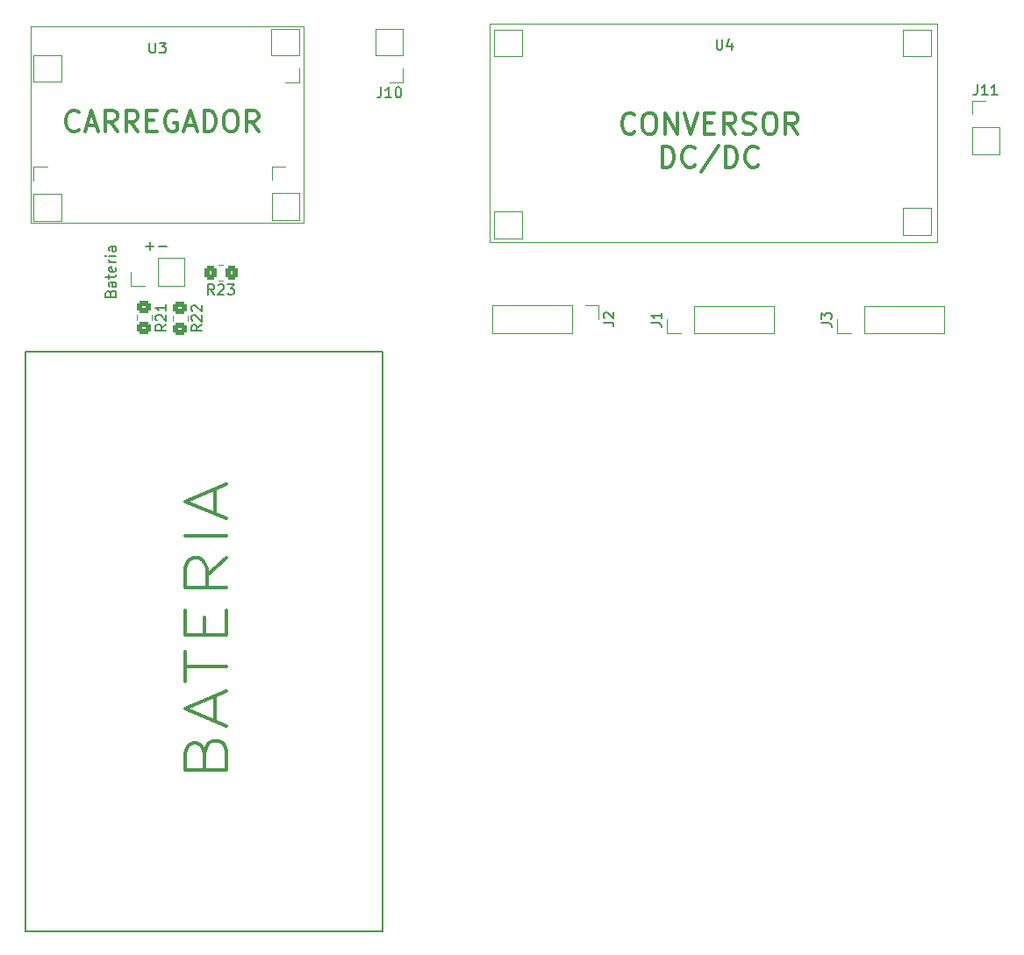
<source format=gto>
G04 #@! TF.GenerationSoftware,KiCad,Pcbnew,(6.0.10)*
G04 #@! TF.CreationDate,2023-02-06T13:43:24-03:00*
G04 #@! TF.ProjectId,PowerSupply_HW,506f7765-7253-4757-9070-6c795f48572e,rev?*
G04 #@! TF.SameCoordinates,Original*
G04 #@! TF.FileFunction,Legend,Top*
G04 #@! TF.FilePolarity,Positive*
%FSLAX46Y46*%
G04 Gerber Fmt 4.6, Leading zero omitted, Abs format (unit mm)*
G04 Created by KiCad (PCBNEW (6.0.10)) date 2023-02-06 13:43:24*
%MOMM*%
%LPD*%
G01*
G04 APERTURE LIST*
G04 Aperture macros list*
%AMRoundRect*
0 Rectangle with rounded corners*
0 $1 Rounding radius*
0 $2 $3 $4 $5 $6 $7 $8 $9 X,Y pos of 4 corners*
0 Add a 4 corners polygon primitive as box body*
4,1,4,$2,$3,$4,$5,$6,$7,$8,$9,$2,$3,0*
0 Add four circle primitives for the rounded corners*
1,1,$1+$1,$2,$3*
1,1,$1+$1,$4,$5*
1,1,$1+$1,$6,$7*
1,1,$1+$1,$8,$9*
0 Add four rect primitives between the rounded corners*
20,1,$1+$1,$2,$3,$4,$5,0*
20,1,$1+$1,$4,$5,$6,$7,0*
20,1,$1+$1,$6,$7,$8,$9,0*
20,1,$1+$1,$8,$9,$2,$3,0*%
G04 Aperture macros list end*
%ADD10C,0.150000*%
%ADD11C,0.300000*%
%ADD12C,0.120000*%
%ADD13C,7.000000*%
%ADD14RoundRect,0.250000X-0.450000X0.350000X-0.450000X-0.350000X0.450000X-0.350000X0.450000X0.350000X0*%
%ADD15R,1.700000X1.700000*%
%ADD16O,1.700000X1.700000*%
%ADD17RoundRect,0.250000X0.350000X0.450000X-0.350000X0.450000X-0.350000X-0.450000X0.350000X-0.450000X0*%
G04 APERTURE END LIST*
D10*
X92865800Y-127577200D02*
X58365800Y-127577200D01*
X58365800Y-127577200D02*
X58365800Y-71577200D01*
X58365800Y-71577200D02*
X92865800Y-71577200D01*
X92865800Y-71577200D02*
X92865800Y-127577200D01*
D11*
X75700085Y-110342914D02*
X75890561Y-109628628D01*
X76081038Y-109390533D01*
X76461990Y-109152438D01*
X77033419Y-109152438D01*
X77414371Y-109390533D01*
X77604847Y-109628628D01*
X77795323Y-110104819D01*
X77795323Y-112009580D01*
X73795323Y-112009580D01*
X73795323Y-110342914D01*
X73985800Y-109866723D01*
X74176276Y-109628628D01*
X74557228Y-109390533D01*
X74938180Y-109390533D01*
X75319133Y-109628628D01*
X75509609Y-109866723D01*
X75700085Y-110342914D01*
X75700085Y-112009580D01*
X76652466Y-107247676D02*
X76652466Y-104866723D01*
X77795323Y-107723866D02*
X73795323Y-106057200D01*
X77795323Y-104390533D01*
X73795323Y-103438152D02*
X73795323Y-100581009D01*
X77795323Y-102009580D02*
X73795323Y-102009580D01*
X75700085Y-98914342D02*
X75700085Y-97247676D01*
X77795323Y-96533390D02*
X77795323Y-98914342D01*
X73795323Y-98914342D01*
X73795323Y-96533390D01*
X77795323Y-91533390D02*
X75890561Y-93200057D01*
X77795323Y-94390533D02*
X73795323Y-94390533D01*
X73795323Y-92485771D01*
X73985800Y-92009580D01*
X74176276Y-91771485D01*
X74557228Y-91533390D01*
X75128657Y-91533390D01*
X75509609Y-91771485D01*
X75700085Y-92009580D01*
X75890561Y-92485771D01*
X75890561Y-94390533D01*
X77795323Y-89390533D02*
X73795323Y-89390533D01*
X76652466Y-87247676D02*
X76652466Y-84866723D01*
X77795323Y-87723866D02*
X73795323Y-86057200D01*
X77795323Y-84390533D01*
X117181904Y-50384285D02*
X117086666Y-50479523D01*
X116800952Y-50574761D01*
X116610476Y-50574761D01*
X116324761Y-50479523D01*
X116134285Y-50289047D01*
X116039047Y-50098571D01*
X115943809Y-49717619D01*
X115943809Y-49431904D01*
X116039047Y-49050952D01*
X116134285Y-48860476D01*
X116324761Y-48670000D01*
X116610476Y-48574761D01*
X116800952Y-48574761D01*
X117086666Y-48670000D01*
X117181904Y-48765238D01*
X118420000Y-48574761D02*
X118800952Y-48574761D01*
X118991428Y-48670000D01*
X119181904Y-48860476D01*
X119277142Y-49241428D01*
X119277142Y-49908095D01*
X119181904Y-50289047D01*
X118991428Y-50479523D01*
X118800952Y-50574761D01*
X118420000Y-50574761D01*
X118229523Y-50479523D01*
X118039047Y-50289047D01*
X117943809Y-49908095D01*
X117943809Y-49241428D01*
X118039047Y-48860476D01*
X118229523Y-48670000D01*
X118420000Y-48574761D01*
X120134285Y-50574761D02*
X120134285Y-48574761D01*
X121277142Y-50574761D01*
X121277142Y-48574761D01*
X121943809Y-48574761D02*
X122610476Y-50574761D01*
X123277142Y-48574761D01*
X123943809Y-49527142D02*
X124610476Y-49527142D01*
X124896190Y-50574761D02*
X123943809Y-50574761D01*
X123943809Y-48574761D01*
X124896190Y-48574761D01*
X126896190Y-50574761D02*
X126229523Y-49622380D01*
X125753333Y-50574761D02*
X125753333Y-48574761D01*
X126515238Y-48574761D01*
X126705714Y-48670000D01*
X126800952Y-48765238D01*
X126896190Y-48955714D01*
X126896190Y-49241428D01*
X126800952Y-49431904D01*
X126705714Y-49527142D01*
X126515238Y-49622380D01*
X125753333Y-49622380D01*
X127658095Y-50479523D02*
X127943809Y-50574761D01*
X128420000Y-50574761D01*
X128610476Y-50479523D01*
X128705714Y-50384285D01*
X128800952Y-50193809D01*
X128800952Y-50003333D01*
X128705714Y-49812857D01*
X128610476Y-49717619D01*
X128420000Y-49622380D01*
X128039047Y-49527142D01*
X127848571Y-49431904D01*
X127753333Y-49336666D01*
X127658095Y-49146190D01*
X127658095Y-48955714D01*
X127753333Y-48765238D01*
X127848571Y-48670000D01*
X128039047Y-48574761D01*
X128515238Y-48574761D01*
X128800952Y-48670000D01*
X130039047Y-48574761D02*
X130420000Y-48574761D01*
X130610476Y-48670000D01*
X130800952Y-48860476D01*
X130896190Y-49241428D01*
X130896190Y-49908095D01*
X130800952Y-50289047D01*
X130610476Y-50479523D01*
X130420000Y-50574761D01*
X130039047Y-50574761D01*
X129848571Y-50479523D01*
X129658095Y-50289047D01*
X129562857Y-49908095D01*
X129562857Y-49241428D01*
X129658095Y-48860476D01*
X129848571Y-48670000D01*
X130039047Y-48574761D01*
X132896190Y-50574761D02*
X132229523Y-49622380D01*
X131753333Y-50574761D02*
X131753333Y-48574761D01*
X132515238Y-48574761D01*
X132705714Y-48670000D01*
X132800952Y-48765238D01*
X132896190Y-48955714D01*
X132896190Y-49241428D01*
X132800952Y-49431904D01*
X132705714Y-49527142D01*
X132515238Y-49622380D01*
X131753333Y-49622380D01*
X119848571Y-53794761D02*
X119848571Y-51794761D01*
X120324761Y-51794761D01*
X120610476Y-51890000D01*
X120800952Y-52080476D01*
X120896190Y-52270952D01*
X120991428Y-52651904D01*
X120991428Y-52937619D01*
X120896190Y-53318571D01*
X120800952Y-53509047D01*
X120610476Y-53699523D01*
X120324761Y-53794761D01*
X119848571Y-53794761D01*
X122991428Y-53604285D02*
X122896190Y-53699523D01*
X122610476Y-53794761D01*
X122420000Y-53794761D01*
X122134285Y-53699523D01*
X121943809Y-53509047D01*
X121848571Y-53318571D01*
X121753333Y-52937619D01*
X121753333Y-52651904D01*
X121848571Y-52270952D01*
X121943809Y-52080476D01*
X122134285Y-51890000D01*
X122420000Y-51794761D01*
X122610476Y-51794761D01*
X122896190Y-51890000D01*
X122991428Y-51985238D01*
X125277142Y-51699523D02*
X123562857Y-54270952D01*
X125943809Y-53794761D02*
X125943809Y-51794761D01*
X126420000Y-51794761D01*
X126705714Y-51890000D01*
X126896190Y-52080476D01*
X126991428Y-52270952D01*
X127086666Y-52651904D01*
X127086666Y-52937619D01*
X126991428Y-53318571D01*
X126896190Y-53509047D01*
X126705714Y-53699523D01*
X126420000Y-53794761D01*
X125943809Y-53794761D01*
X129086666Y-53604285D02*
X128991428Y-53699523D01*
X128705714Y-53794761D01*
X128515238Y-53794761D01*
X128229523Y-53699523D01*
X128039047Y-53509047D01*
X127943809Y-53318571D01*
X127848571Y-52937619D01*
X127848571Y-52651904D01*
X127943809Y-52270952D01*
X128039047Y-52080476D01*
X128229523Y-51890000D01*
X128515238Y-51794761D01*
X128705714Y-51794761D01*
X128991428Y-51890000D01*
X129086666Y-51985238D01*
X63542380Y-50144285D02*
X63447142Y-50239523D01*
X63161428Y-50334761D01*
X62970952Y-50334761D01*
X62685238Y-50239523D01*
X62494761Y-50049047D01*
X62399523Y-49858571D01*
X62304285Y-49477619D01*
X62304285Y-49191904D01*
X62399523Y-48810952D01*
X62494761Y-48620476D01*
X62685238Y-48430000D01*
X62970952Y-48334761D01*
X63161428Y-48334761D01*
X63447142Y-48430000D01*
X63542380Y-48525238D01*
X64304285Y-49763333D02*
X65256666Y-49763333D01*
X64113809Y-50334761D02*
X64780476Y-48334761D01*
X65447142Y-50334761D01*
X67256666Y-50334761D02*
X66590000Y-49382380D01*
X66113809Y-50334761D02*
X66113809Y-48334761D01*
X66875714Y-48334761D01*
X67066190Y-48430000D01*
X67161428Y-48525238D01*
X67256666Y-48715714D01*
X67256666Y-49001428D01*
X67161428Y-49191904D01*
X67066190Y-49287142D01*
X66875714Y-49382380D01*
X66113809Y-49382380D01*
X69256666Y-50334761D02*
X68590000Y-49382380D01*
X68113809Y-50334761D02*
X68113809Y-48334761D01*
X68875714Y-48334761D01*
X69066190Y-48430000D01*
X69161428Y-48525238D01*
X69256666Y-48715714D01*
X69256666Y-49001428D01*
X69161428Y-49191904D01*
X69066190Y-49287142D01*
X68875714Y-49382380D01*
X68113809Y-49382380D01*
X70113809Y-49287142D02*
X70780476Y-49287142D01*
X71066190Y-50334761D02*
X70113809Y-50334761D01*
X70113809Y-48334761D01*
X71066190Y-48334761D01*
X72970952Y-48430000D02*
X72780476Y-48334761D01*
X72494761Y-48334761D01*
X72209047Y-48430000D01*
X72018571Y-48620476D01*
X71923333Y-48810952D01*
X71828095Y-49191904D01*
X71828095Y-49477619D01*
X71923333Y-49858571D01*
X72018571Y-50049047D01*
X72209047Y-50239523D01*
X72494761Y-50334761D01*
X72685238Y-50334761D01*
X72970952Y-50239523D01*
X73066190Y-50144285D01*
X73066190Y-49477619D01*
X72685238Y-49477619D01*
X73828095Y-49763333D02*
X74780476Y-49763333D01*
X73637619Y-50334761D02*
X74304285Y-48334761D01*
X74970952Y-50334761D01*
X75637619Y-50334761D02*
X75637619Y-48334761D01*
X76113809Y-48334761D01*
X76399523Y-48430000D01*
X76590000Y-48620476D01*
X76685238Y-48810952D01*
X76780476Y-49191904D01*
X76780476Y-49477619D01*
X76685238Y-49858571D01*
X76590000Y-50049047D01*
X76399523Y-50239523D01*
X76113809Y-50334761D01*
X75637619Y-50334761D01*
X78018571Y-48334761D02*
X78399523Y-48334761D01*
X78590000Y-48430000D01*
X78780476Y-48620476D01*
X78875714Y-49001428D01*
X78875714Y-49668095D01*
X78780476Y-50049047D01*
X78590000Y-50239523D01*
X78399523Y-50334761D01*
X78018571Y-50334761D01*
X77828095Y-50239523D01*
X77637619Y-50049047D01*
X77542380Y-49668095D01*
X77542380Y-49001428D01*
X77637619Y-48620476D01*
X77828095Y-48430000D01*
X78018571Y-48334761D01*
X80875714Y-50334761D02*
X80209047Y-49382380D01*
X79732857Y-50334761D02*
X79732857Y-48334761D01*
X80494761Y-48334761D01*
X80685238Y-48430000D01*
X80780476Y-48525238D01*
X80875714Y-48715714D01*
X80875714Y-49001428D01*
X80780476Y-49191904D01*
X80685238Y-49287142D01*
X80494761Y-49382380D01*
X79732857Y-49382380D01*
D10*
X69993000Y-61412428D02*
X70754904Y-61412428D01*
X70373952Y-61793380D02*
X70373952Y-61031476D01*
X71231095Y-61412428D02*
X71993000Y-61412428D01*
X75412380Y-69012857D02*
X74936190Y-69346190D01*
X75412380Y-69584285D02*
X74412380Y-69584285D01*
X74412380Y-69203333D01*
X74460000Y-69108095D01*
X74507619Y-69060476D01*
X74602857Y-69012857D01*
X74745714Y-69012857D01*
X74840952Y-69060476D01*
X74888571Y-69108095D01*
X74936190Y-69203333D01*
X74936190Y-69584285D01*
X74507619Y-68631904D02*
X74460000Y-68584285D01*
X74412380Y-68489047D01*
X74412380Y-68250952D01*
X74460000Y-68155714D01*
X74507619Y-68108095D01*
X74602857Y-68060476D01*
X74698095Y-68060476D01*
X74840952Y-68108095D01*
X75412380Y-68679523D01*
X75412380Y-68060476D01*
X74507619Y-67679523D02*
X74460000Y-67631904D01*
X74412380Y-67536666D01*
X74412380Y-67298571D01*
X74460000Y-67203333D01*
X74507619Y-67155714D01*
X74602857Y-67108095D01*
X74698095Y-67108095D01*
X74840952Y-67155714D01*
X75412380Y-67727142D01*
X75412380Y-67108095D01*
X150230476Y-45807380D02*
X150230476Y-46521666D01*
X150182857Y-46664523D01*
X150087619Y-46759761D01*
X149944761Y-46807380D01*
X149849523Y-46807380D01*
X151230476Y-46807380D02*
X150659047Y-46807380D01*
X150944761Y-46807380D02*
X150944761Y-45807380D01*
X150849523Y-45950238D01*
X150754285Y-46045476D01*
X150659047Y-46093095D01*
X152182857Y-46807380D02*
X151611428Y-46807380D01*
X151897142Y-46807380D02*
X151897142Y-45807380D01*
X151801904Y-45950238D01*
X151706666Y-46045476D01*
X151611428Y-46093095D01*
X114152380Y-68783333D02*
X114866666Y-68783333D01*
X115009523Y-68830952D01*
X115104761Y-68926190D01*
X115152380Y-69069047D01*
X115152380Y-69164285D01*
X114247619Y-68354761D02*
X114200000Y-68307142D01*
X114152380Y-68211904D01*
X114152380Y-67973809D01*
X114200000Y-67878571D01*
X114247619Y-67830952D01*
X114342857Y-67783333D01*
X114438095Y-67783333D01*
X114580952Y-67830952D01*
X115152380Y-68402380D01*
X115152380Y-67783333D01*
X76607142Y-66082380D02*
X76273809Y-65606190D01*
X76035714Y-66082380D02*
X76035714Y-65082380D01*
X76416666Y-65082380D01*
X76511904Y-65130000D01*
X76559523Y-65177619D01*
X76607142Y-65272857D01*
X76607142Y-65415714D01*
X76559523Y-65510952D01*
X76511904Y-65558571D01*
X76416666Y-65606190D01*
X76035714Y-65606190D01*
X76988095Y-65177619D02*
X77035714Y-65130000D01*
X77130952Y-65082380D01*
X77369047Y-65082380D01*
X77464285Y-65130000D01*
X77511904Y-65177619D01*
X77559523Y-65272857D01*
X77559523Y-65368095D01*
X77511904Y-65510952D01*
X76940476Y-66082380D01*
X77559523Y-66082380D01*
X77892857Y-65082380D02*
X78511904Y-65082380D01*
X78178571Y-65463333D01*
X78321428Y-65463333D01*
X78416666Y-65510952D01*
X78464285Y-65558571D01*
X78511904Y-65653809D01*
X78511904Y-65891904D01*
X78464285Y-65987142D01*
X78416666Y-66034761D01*
X78321428Y-66082380D01*
X78035714Y-66082380D01*
X77940476Y-66034761D01*
X77892857Y-65987142D01*
X135171380Y-68833333D02*
X135885666Y-68833333D01*
X136028523Y-68880952D01*
X136123761Y-68976190D01*
X136171380Y-69119047D01*
X136171380Y-69214285D01*
X135171380Y-68452380D02*
X135171380Y-67833333D01*
X135552333Y-68166666D01*
X135552333Y-68023809D01*
X135599952Y-67928571D01*
X135647571Y-67880952D01*
X135742809Y-67833333D01*
X135980904Y-67833333D01*
X136076142Y-67880952D01*
X136123761Y-67928571D01*
X136171380Y-68023809D01*
X136171380Y-68309523D01*
X136123761Y-68404761D01*
X136076142Y-68452380D01*
X66603571Y-65976238D02*
X66651190Y-65833380D01*
X66698809Y-65785761D01*
X66794047Y-65738142D01*
X66936904Y-65738142D01*
X67032142Y-65785761D01*
X67079761Y-65833380D01*
X67127380Y-65928619D01*
X67127380Y-66309571D01*
X66127380Y-66309571D01*
X66127380Y-65976238D01*
X66175000Y-65881000D01*
X66222619Y-65833380D01*
X66317857Y-65785761D01*
X66413095Y-65785761D01*
X66508333Y-65833380D01*
X66555952Y-65881000D01*
X66603571Y-65976238D01*
X66603571Y-66309571D01*
X67127380Y-64881000D02*
X66603571Y-64881000D01*
X66508333Y-64928619D01*
X66460714Y-65023857D01*
X66460714Y-65214333D01*
X66508333Y-65309571D01*
X67079761Y-64881000D02*
X67127380Y-64976238D01*
X67127380Y-65214333D01*
X67079761Y-65309571D01*
X66984523Y-65357190D01*
X66889285Y-65357190D01*
X66794047Y-65309571D01*
X66746428Y-65214333D01*
X66746428Y-64976238D01*
X66698809Y-64881000D01*
X66460714Y-64547666D02*
X66460714Y-64166714D01*
X66127380Y-64404809D02*
X66984523Y-64404809D01*
X67079761Y-64357190D01*
X67127380Y-64261952D01*
X67127380Y-64166714D01*
X67079761Y-63452428D02*
X67127380Y-63547666D01*
X67127380Y-63738142D01*
X67079761Y-63833380D01*
X66984523Y-63881000D01*
X66603571Y-63881000D01*
X66508333Y-63833380D01*
X66460714Y-63738142D01*
X66460714Y-63547666D01*
X66508333Y-63452428D01*
X66603571Y-63404809D01*
X66698809Y-63404809D01*
X66794047Y-63881000D01*
X67127380Y-62976238D02*
X66460714Y-62976238D01*
X66651190Y-62976238D02*
X66555952Y-62928619D01*
X66508333Y-62881000D01*
X66460714Y-62785761D01*
X66460714Y-62690523D01*
X67127380Y-62357190D02*
X66460714Y-62357190D01*
X66127380Y-62357190D02*
X66175000Y-62404809D01*
X66222619Y-62357190D01*
X66175000Y-62309571D01*
X66127380Y-62357190D01*
X66222619Y-62357190D01*
X67127380Y-61452428D02*
X66603571Y-61452428D01*
X66508333Y-61500047D01*
X66460714Y-61595285D01*
X66460714Y-61785761D01*
X66508333Y-61881000D01*
X67079761Y-61452428D02*
X67127380Y-61547666D01*
X67127380Y-61785761D01*
X67079761Y-61881000D01*
X66984523Y-61928619D01*
X66889285Y-61928619D01*
X66794047Y-61881000D01*
X66746428Y-61785761D01*
X66746428Y-61547666D01*
X66698809Y-61452428D01*
X70368095Y-41762380D02*
X70368095Y-42571904D01*
X70415714Y-42667142D01*
X70463333Y-42714761D01*
X70558571Y-42762380D01*
X70749047Y-42762380D01*
X70844285Y-42714761D01*
X70891904Y-42667142D01*
X70939523Y-42571904D01*
X70939523Y-41762380D01*
X71320476Y-41762380D02*
X71939523Y-41762380D01*
X71606190Y-42143333D01*
X71749047Y-42143333D01*
X71844285Y-42190952D01*
X71891904Y-42238571D01*
X71939523Y-42333809D01*
X71939523Y-42571904D01*
X71891904Y-42667142D01*
X71844285Y-42714761D01*
X71749047Y-42762380D01*
X71463333Y-42762380D01*
X71368095Y-42714761D01*
X71320476Y-42667142D01*
X118772380Y-68833333D02*
X119486666Y-68833333D01*
X119629523Y-68880952D01*
X119724761Y-68976190D01*
X119772380Y-69119047D01*
X119772380Y-69214285D01*
X119772380Y-67833333D02*
X119772380Y-68404761D01*
X119772380Y-68119047D02*
X118772380Y-68119047D01*
X118915238Y-68214285D01*
X119010476Y-68309523D01*
X119058095Y-68404761D01*
X92700476Y-46057380D02*
X92700476Y-46771666D01*
X92652857Y-46914523D01*
X92557619Y-47009761D01*
X92414761Y-47057380D01*
X92319523Y-47057380D01*
X93700476Y-47057380D02*
X93129047Y-47057380D01*
X93414761Y-47057380D02*
X93414761Y-46057380D01*
X93319523Y-46200238D01*
X93224285Y-46295476D01*
X93129047Y-46343095D01*
X94319523Y-46057380D02*
X94414761Y-46057380D01*
X94510000Y-46105000D01*
X94557619Y-46152619D01*
X94605238Y-46247857D01*
X94652857Y-46438333D01*
X94652857Y-46676428D01*
X94605238Y-46866904D01*
X94557619Y-46962142D01*
X94510000Y-47009761D01*
X94414761Y-47057380D01*
X94319523Y-47057380D01*
X94224285Y-47009761D01*
X94176666Y-46962142D01*
X94129047Y-46866904D01*
X94081428Y-46676428D01*
X94081428Y-46438333D01*
X94129047Y-46247857D01*
X94176666Y-46152619D01*
X94224285Y-46105000D01*
X94319523Y-46057380D01*
X71962380Y-68952857D02*
X71486190Y-69286190D01*
X71962380Y-69524285D02*
X70962380Y-69524285D01*
X70962380Y-69143333D01*
X71010000Y-69048095D01*
X71057619Y-69000476D01*
X71152857Y-68952857D01*
X71295714Y-68952857D01*
X71390952Y-69000476D01*
X71438571Y-69048095D01*
X71486190Y-69143333D01*
X71486190Y-69524285D01*
X71057619Y-68571904D02*
X71010000Y-68524285D01*
X70962380Y-68429047D01*
X70962380Y-68190952D01*
X71010000Y-68095714D01*
X71057619Y-68048095D01*
X71152857Y-68000476D01*
X71248095Y-68000476D01*
X71390952Y-68048095D01*
X71962380Y-68619523D01*
X71962380Y-68000476D01*
X71962380Y-67048095D02*
X71962380Y-67619523D01*
X71962380Y-67333809D02*
X70962380Y-67333809D01*
X71105238Y-67429047D01*
X71200476Y-67524285D01*
X71248095Y-67619523D01*
X125068095Y-41432380D02*
X125068095Y-42241904D01*
X125115714Y-42337142D01*
X125163333Y-42384761D01*
X125258571Y-42432380D01*
X125449047Y-42432380D01*
X125544285Y-42384761D01*
X125591904Y-42337142D01*
X125639523Y-42241904D01*
X125639523Y-41432380D01*
X126544285Y-41765714D02*
X126544285Y-42432380D01*
X126306190Y-41384761D02*
X126068095Y-42099047D01*
X126687142Y-42099047D01*
D12*
X72575000Y-68142936D02*
X72575000Y-68597064D01*
X74045000Y-68142936D02*
X74045000Y-68597064D01*
X149710000Y-49955000D02*
X149710000Y-52555000D01*
X152370000Y-49955000D02*
X152370000Y-52555000D01*
X149710000Y-52555000D02*
X152370000Y-52555000D01*
X149710000Y-48685000D02*
X149710000Y-47355000D01*
X149710000Y-49955000D02*
X152370000Y-49955000D01*
X149710000Y-47355000D02*
X151040000Y-47355000D01*
X103420000Y-67120000D02*
X103420000Y-69780000D01*
X111100000Y-67120000D02*
X103420000Y-67120000D01*
X111100000Y-67120000D02*
X111100000Y-69780000D01*
X113700000Y-67120000D02*
X113700000Y-68450000D01*
X112370000Y-67120000D02*
X113700000Y-67120000D01*
X111100000Y-69780000D02*
X103420000Y-69780000D01*
X77477064Y-63245000D02*
X77022936Y-63245000D01*
X77477064Y-64715000D02*
X77022936Y-64715000D01*
X139319000Y-67170000D02*
X146999000Y-67170000D01*
X146999000Y-69830000D02*
X146999000Y-67170000D01*
X139319000Y-69830000D02*
X139319000Y-67170000D01*
X138049000Y-69830000D02*
X136719000Y-69830000D01*
X136719000Y-69830000D02*
X136719000Y-68500000D01*
X139319000Y-69830000D02*
X146999000Y-69830000D01*
X73755000Y-65230000D02*
X73755000Y-62570000D01*
X68555000Y-65230000D02*
X68555000Y-63900000D01*
X71155000Y-62570000D02*
X73755000Y-62570000D01*
X71155000Y-65230000D02*
X73755000Y-65230000D01*
X69885000Y-65230000D02*
X68555000Y-65230000D01*
X71155000Y-65230000D02*
X71155000Y-62570000D01*
X84770200Y-45609000D02*
X83440200Y-45609000D01*
X82110200Y-43009000D02*
X82110200Y-40409000D01*
X59181000Y-53751000D02*
X60511000Y-53751000D01*
X59190200Y-45549000D02*
X61850200Y-45549000D01*
X61841000Y-56351000D02*
X61841000Y-58951000D01*
X82142600Y-55030200D02*
X82142600Y-53700200D01*
X59181000Y-58951000D02*
X61841000Y-58951000D01*
X82142600Y-56300200D02*
X82142600Y-58900200D01*
X84770200Y-40409000D02*
X82110200Y-40409000D01*
X84770200Y-43009000D02*
X84770200Y-40409000D01*
X61850200Y-42949000D02*
X59190200Y-42949000D01*
X61850200Y-45549000D02*
X60520200Y-45549000D01*
X84770200Y-44279000D02*
X84770200Y-45609000D01*
X59181000Y-55081000D02*
X59181000Y-53751000D01*
X59190200Y-42949000D02*
X59190200Y-45549000D01*
X84802600Y-56300200D02*
X84802600Y-58900200D01*
X82142600Y-58900200D02*
X84802600Y-58900200D01*
X61850200Y-44219000D02*
X61850200Y-45549000D01*
X84770200Y-43009000D02*
X82110200Y-43009000D01*
X82142600Y-56300200D02*
X84802600Y-56300200D01*
X82142600Y-53700200D02*
X83472600Y-53700200D01*
X59181000Y-56351000D02*
X61841000Y-56351000D01*
X61850200Y-42949000D02*
X61850200Y-45549000D01*
X59181000Y-56351000D02*
X59181000Y-58951000D01*
X58894600Y-40155000D02*
X85215400Y-40155000D01*
X85215400Y-40155000D02*
X85215400Y-59155000D01*
X85215400Y-59155000D02*
X58894600Y-59155000D01*
X58894600Y-59155000D02*
X58894600Y-40155000D01*
X122920000Y-69830000D02*
X130600000Y-69830000D01*
X130600000Y-69830000D02*
X130600000Y-67170000D01*
X121650000Y-69830000D02*
X120320000Y-69830000D01*
X122920000Y-67170000D02*
X130600000Y-67170000D01*
X120320000Y-69830000D02*
X120320000Y-68500000D01*
X122920000Y-69830000D02*
X122920000Y-67170000D01*
X92180000Y-43005000D02*
X92180000Y-40405000D01*
X94840000Y-43005000D02*
X94840000Y-40405000D01*
X94840000Y-45605000D02*
X93510000Y-45605000D01*
X94840000Y-43005000D02*
X92180000Y-43005000D01*
X94840000Y-44275000D02*
X94840000Y-45605000D01*
X94840000Y-40405000D02*
X92180000Y-40405000D01*
X70595000Y-68082936D02*
X70595000Y-68537064D01*
X69125000Y-68082936D02*
X69125000Y-68537064D01*
X106283000Y-58035600D02*
X103623000Y-58035600D01*
X103623000Y-40500400D02*
X104953000Y-40500400D01*
X103623000Y-43100400D02*
X106283000Y-43100400D01*
X106283000Y-59305600D02*
X106283000Y-60635600D01*
X143094600Y-43100400D02*
X145754600Y-43100400D01*
X106283000Y-40500400D02*
X103623000Y-40500400D01*
X143094600Y-41830400D02*
X143094600Y-40500400D01*
X106283000Y-58035600D02*
X106283000Y-60635600D01*
X103623000Y-43100400D02*
X103623000Y-40500400D01*
X106283000Y-43100400D02*
X106283000Y-40500400D01*
X143094600Y-57730800D02*
X143094600Y-60330800D01*
X103623000Y-41830400D02*
X103623000Y-40500400D01*
X103623000Y-60635600D02*
X106283000Y-60635600D01*
X145754600Y-59000800D02*
X145754600Y-60330800D01*
X145754600Y-57730800D02*
X143094600Y-57730800D01*
X143094600Y-60330800D02*
X145754600Y-60330800D01*
X143094600Y-40500400D02*
X144424600Y-40500400D01*
X106283000Y-60635600D02*
X104953000Y-60635600D01*
X143094600Y-43100400D02*
X143094600Y-40500400D01*
X145754600Y-40500400D02*
X143094600Y-40500400D01*
X145754600Y-43100400D02*
X145754600Y-40500400D01*
X145754600Y-57730800D02*
X145754600Y-60330800D01*
X145754600Y-60330800D02*
X144424600Y-60330800D01*
X103623000Y-58035600D02*
X103623000Y-60635600D01*
X103175000Y-39900000D02*
X146355000Y-39900000D01*
X146355000Y-39900000D02*
X146355000Y-60982000D01*
X146355000Y-60982000D02*
X103175000Y-60982000D01*
X103175000Y-60982000D02*
X103175000Y-39900000D01*
%LPC*%
D13*
X150749000Y-40767000D03*
D14*
X73310000Y-67370000D03*
X73310000Y-69370000D03*
D15*
X151040000Y-48685000D03*
D16*
X151040000Y-51225000D03*
D13*
X98882200Y-124307600D03*
D15*
X112370000Y-68450000D03*
D16*
X109830000Y-68450000D03*
X107290000Y-68450000D03*
X104750000Y-68450000D03*
D13*
X60071000Y-66243200D03*
D17*
X78250000Y-63980000D03*
X76250000Y-63980000D03*
D15*
X138049000Y-68500000D03*
D16*
X140589000Y-68500000D03*
X143129000Y-68500000D03*
X145669000Y-68500000D03*
D15*
X69885000Y-63900000D03*
D16*
X72425000Y-63900000D03*
D15*
X60520200Y-44219000D03*
D16*
X60520200Y-41679000D03*
D15*
X60511000Y-55081000D03*
D16*
X60511000Y-57621000D03*
X83440200Y-41739000D03*
D15*
X83440200Y-44279000D03*
D16*
X83472600Y-57570200D03*
D15*
X83472600Y-55030200D03*
X121650000Y-68500000D03*
D16*
X124190000Y-68500000D03*
X126730000Y-68500000D03*
X129270000Y-68500000D03*
D15*
X93510000Y-44275000D03*
D16*
X93510000Y-41735000D03*
D14*
X69860000Y-67310000D03*
X69860000Y-69310000D03*
D15*
X104975000Y-41860000D03*
D16*
X104953000Y-44370400D03*
X104953000Y-56765600D03*
D15*
X104975000Y-59310000D03*
X144445000Y-59005000D03*
D16*
X144424600Y-56460800D03*
D15*
X144445000Y-41860000D03*
D16*
X144424600Y-44370400D03*
M02*

</source>
